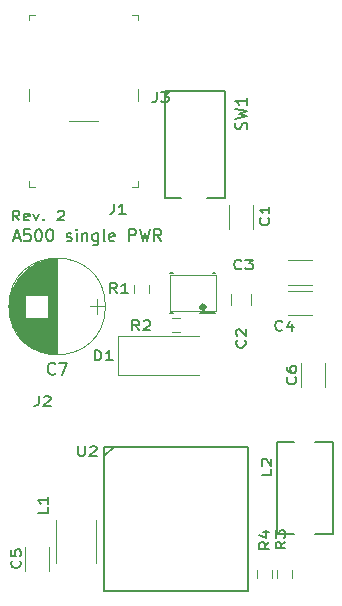
<source format=gto>
G04 #@! TF.GenerationSoftware,KiCad,Pcbnew,5.1.5*
G04 #@! TF.CreationDate,2020-04-17T18:27:15+02:00*
G04 #@! TF.ProjectId,a500_pwr,61353030-5f70-4777-922e-6b696361645f,rev?*
G04 #@! TF.SameCoordinates,Original*
G04 #@! TF.FileFunction,Legend,Top*
G04 #@! TF.FilePolarity,Positive*
%FSLAX46Y46*%
G04 Gerber Fmt 4.6, Leading zero omitted, Abs format (unit mm)*
G04 Created by KiCad (PCBNEW 5.1.5) date 2020-04-17 18:27:15*
%MOMM*%
%LPD*%
G04 APERTURE LIST*
%ADD10C,0.203200*%
%ADD11C,0.150000*%
%ADD12C,0.120000*%
%ADD13C,0.177800*%
%ADD14C,0.100000*%
%ADD15C,0.500000*%
G04 APERTURE END LIST*
D10*
X56773961Y-120204895D02*
X56440628Y-119817847D01*
X56202533Y-120204895D02*
X56202533Y-119392095D01*
X56583485Y-119392095D01*
X56678723Y-119430800D01*
X56726342Y-119469504D01*
X56773961Y-119546914D01*
X56773961Y-119663028D01*
X56726342Y-119740438D01*
X56678723Y-119779142D01*
X56583485Y-119817847D01*
X56202533Y-119817847D01*
X57583485Y-120166190D02*
X57488247Y-120204895D01*
X57297771Y-120204895D01*
X57202533Y-120166190D01*
X57154914Y-120088780D01*
X57154914Y-119779142D01*
X57202533Y-119701733D01*
X57297771Y-119663028D01*
X57488247Y-119663028D01*
X57583485Y-119701733D01*
X57631104Y-119779142D01*
X57631104Y-119856552D01*
X57154914Y-119933961D01*
X57964438Y-119663028D02*
X58202533Y-120204895D01*
X58440628Y-119663028D01*
X58821580Y-120127485D02*
X58869200Y-120166190D01*
X58821580Y-120204895D01*
X58773961Y-120166190D01*
X58821580Y-120127485D01*
X58821580Y-120204895D01*
X60012057Y-119469504D02*
X60059676Y-119430800D01*
X60154914Y-119392095D01*
X60393009Y-119392095D01*
X60488247Y-119430800D01*
X60535866Y-119469504D01*
X60583485Y-119546914D01*
X60583485Y-119624323D01*
X60535866Y-119740438D01*
X59964438Y-120204895D01*
X60583485Y-120204895D01*
X56296704Y-121682933D02*
X56772895Y-121682933D01*
X56201466Y-121973219D02*
X56534799Y-120957219D01*
X56868133Y-121973219D01*
X57677657Y-120957219D02*
X57201466Y-120957219D01*
X57153847Y-121441028D01*
X57201466Y-121392647D01*
X57296704Y-121344266D01*
X57534799Y-121344266D01*
X57630038Y-121392647D01*
X57677657Y-121441028D01*
X57725276Y-121537790D01*
X57725276Y-121779695D01*
X57677657Y-121876457D01*
X57630038Y-121924838D01*
X57534799Y-121973219D01*
X57296704Y-121973219D01*
X57201466Y-121924838D01*
X57153847Y-121876457D01*
X58344323Y-120957219D02*
X58439561Y-120957219D01*
X58534799Y-121005600D01*
X58582419Y-121053980D01*
X58630038Y-121150742D01*
X58677657Y-121344266D01*
X58677657Y-121586171D01*
X58630038Y-121779695D01*
X58582419Y-121876457D01*
X58534799Y-121924838D01*
X58439561Y-121973219D01*
X58344323Y-121973219D01*
X58249085Y-121924838D01*
X58201466Y-121876457D01*
X58153847Y-121779695D01*
X58106228Y-121586171D01*
X58106228Y-121344266D01*
X58153847Y-121150742D01*
X58201466Y-121053980D01*
X58249085Y-121005600D01*
X58344323Y-120957219D01*
X59296704Y-120957219D02*
X59391942Y-120957219D01*
X59487180Y-121005600D01*
X59534799Y-121053980D01*
X59582419Y-121150742D01*
X59630038Y-121344266D01*
X59630038Y-121586171D01*
X59582419Y-121779695D01*
X59534799Y-121876457D01*
X59487180Y-121924838D01*
X59391942Y-121973219D01*
X59296704Y-121973219D01*
X59201466Y-121924838D01*
X59153847Y-121876457D01*
X59106228Y-121779695D01*
X59058609Y-121586171D01*
X59058609Y-121344266D01*
X59106228Y-121150742D01*
X59153847Y-121053980D01*
X59201466Y-121005600D01*
X59296704Y-120957219D01*
X60772895Y-121924838D02*
X60868133Y-121973219D01*
X61058609Y-121973219D01*
X61153847Y-121924838D01*
X61201466Y-121828076D01*
X61201466Y-121779695D01*
X61153847Y-121682933D01*
X61058609Y-121634552D01*
X60915752Y-121634552D01*
X60820514Y-121586171D01*
X60772895Y-121489409D01*
X60772895Y-121441028D01*
X60820514Y-121344266D01*
X60915752Y-121295885D01*
X61058609Y-121295885D01*
X61153847Y-121344266D01*
X61630038Y-121973219D02*
X61630038Y-121295885D01*
X61630038Y-120957219D02*
X61582419Y-121005600D01*
X61630038Y-121053980D01*
X61677657Y-121005600D01*
X61630038Y-120957219D01*
X61630038Y-121053980D01*
X62106228Y-121295885D02*
X62106228Y-121973219D01*
X62106228Y-121392647D02*
X62153847Y-121344266D01*
X62249085Y-121295885D01*
X62391942Y-121295885D01*
X62487180Y-121344266D01*
X62534799Y-121441028D01*
X62534799Y-121973219D01*
X63439561Y-121295885D02*
X63439561Y-122118361D01*
X63391942Y-122215123D01*
X63344323Y-122263504D01*
X63249085Y-122311885D01*
X63106228Y-122311885D01*
X63010990Y-122263504D01*
X63439561Y-121924838D02*
X63344323Y-121973219D01*
X63153847Y-121973219D01*
X63058609Y-121924838D01*
X63010990Y-121876457D01*
X62963371Y-121779695D01*
X62963371Y-121489409D01*
X63010990Y-121392647D01*
X63058609Y-121344266D01*
X63153847Y-121295885D01*
X63344323Y-121295885D01*
X63439561Y-121344266D01*
X64058609Y-121973219D02*
X63963371Y-121924838D01*
X63915752Y-121828076D01*
X63915752Y-120957219D01*
X64820514Y-121924838D02*
X64725276Y-121973219D01*
X64534799Y-121973219D01*
X64439561Y-121924838D01*
X64391942Y-121828076D01*
X64391942Y-121441028D01*
X64439561Y-121344266D01*
X64534799Y-121295885D01*
X64725276Y-121295885D01*
X64820514Y-121344266D01*
X64868133Y-121441028D01*
X64868133Y-121537790D01*
X64391942Y-121634552D01*
X66058609Y-121973219D02*
X66058609Y-120957219D01*
X66439561Y-120957219D01*
X66534799Y-121005600D01*
X66582419Y-121053980D01*
X66630038Y-121150742D01*
X66630038Y-121295885D01*
X66582419Y-121392647D01*
X66534799Y-121441028D01*
X66439561Y-121489409D01*
X66058609Y-121489409D01*
X66963371Y-120957219D02*
X67201466Y-121973219D01*
X67391942Y-121247504D01*
X67582419Y-121973219D01*
X67820514Y-120957219D01*
X68772895Y-121973219D02*
X68439561Y-121489409D01*
X68201466Y-121973219D02*
X68201466Y-120957219D01*
X68582419Y-120957219D01*
X68677657Y-121005600D01*
X68725276Y-121053980D01*
X68772895Y-121150742D01*
X68772895Y-121295885D01*
X68725276Y-121392647D01*
X68677657Y-121441028D01*
X68582419Y-121489409D01*
X68201466Y-121489409D01*
D11*
X74140000Y-109246800D02*
X69060000Y-109246800D01*
X74140000Y-118340000D02*
X74140000Y-109246800D01*
X74140000Y-118340000D02*
X72616000Y-118340000D01*
X69060000Y-118340000D02*
X70457000Y-118340000D01*
X69060000Y-109246800D02*
X69060000Y-118340000D01*
D12*
X63322000Y-128158000D02*
X63322000Y-126858000D01*
X63922000Y-127508000D02*
X62722000Y-127508000D01*
X55891000Y-127754000D02*
X55891000Y-127262000D01*
X55931000Y-128106000D02*
X55931000Y-126910000D01*
X55971000Y-128322000D02*
X55971000Y-126694000D01*
X56011000Y-128491000D02*
X56011000Y-126525000D01*
X56051000Y-128635000D02*
X56051000Y-126381000D01*
X56091000Y-128762000D02*
X56091000Y-126254000D01*
X56131000Y-128877000D02*
X56131000Y-126139000D01*
X56171000Y-128981000D02*
X56171000Y-126035000D01*
X56211000Y-129078000D02*
X56211000Y-125938000D01*
X56251000Y-129168000D02*
X56251000Y-125848000D01*
X56291000Y-129253000D02*
X56291000Y-125763000D01*
X56331000Y-129334000D02*
X56331000Y-125682000D01*
X56371000Y-129410000D02*
X56371000Y-125606000D01*
X56411000Y-129482000D02*
X56411000Y-125534000D01*
X56451000Y-129551000D02*
X56451000Y-125465000D01*
X56491000Y-129617000D02*
X56491000Y-125399000D01*
X56531000Y-129681000D02*
X56531000Y-125335000D01*
X56571000Y-129742000D02*
X56571000Y-125274000D01*
X56611000Y-129801000D02*
X56611000Y-125215000D01*
X56651000Y-129857000D02*
X56651000Y-125159000D01*
X56691000Y-129912000D02*
X56691000Y-125104000D01*
X56731000Y-129965000D02*
X56731000Y-125051000D01*
X56771000Y-130016000D02*
X56771000Y-125000000D01*
X56811000Y-130065000D02*
X56811000Y-124951000D01*
X56851000Y-130113000D02*
X56851000Y-124903000D01*
X56891000Y-130160000D02*
X56891000Y-124856000D01*
X56931000Y-130205000D02*
X56931000Y-124811000D01*
X56971000Y-130248000D02*
X56971000Y-124768000D01*
X57011000Y-130291000D02*
X57011000Y-124725000D01*
X57051000Y-130332000D02*
X57051000Y-124684000D01*
X57091000Y-130373000D02*
X57091000Y-124643000D01*
X57131000Y-130412000D02*
X57131000Y-124604000D01*
X57171000Y-130450000D02*
X57171000Y-124566000D01*
X57211000Y-130487000D02*
X57211000Y-124529000D01*
X57251000Y-126528000D02*
X57251000Y-124493000D01*
X57251000Y-130523000D02*
X57251000Y-128488000D01*
X57291000Y-126528000D02*
X57291000Y-124458000D01*
X57291000Y-130558000D02*
X57291000Y-128488000D01*
X57331000Y-126528000D02*
X57331000Y-124424000D01*
X57331000Y-130592000D02*
X57331000Y-128488000D01*
X57371000Y-126528000D02*
X57371000Y-124390000D01*
X57371000Y-130626000D02*
X57371000Y-128488000D01*
X57411000Y-126528000D02*
X57411000Y-124358000D01*
X57411000Y-130658000D02*
X57411000Y-128488000D01*
X57451000Y-126528000D02*
X57451000Y-124326000D01*
X57451000Y-130690000D02*
X57451000Y-128488000D01*
X57491000Y-126528000D02*
X57491000Y-124295000D01*
X57491000Y-130721000D02*
X57491000Y-128488000D01*
X57531000Y-126528000D02*
X57531000Y-124265000D01*
X57531000Y-130751000D02*
X57531000Y-128488000D01*
X57571000Y-126528000D02*
X57571000Y-124236000D01*
X57571000Y-130780000D02*
X57571000Y-128488000D01*
X57611000Y-126528000D02*
X57611000Y-124207000D01*
X57611000Y-130809000D02*
X57611000Y-128488000D01*
X57651000Y-126528000D02*
X57651000Y-124179000D01*
X57651000Y-130837000D02*
X57651000Y-128488000D01*
X57691000Y-126528000D02*
X57691000Y-124152000D01*
X57691000Y-130864000D02*
X57691000Y-128488000D01*
X57731000Y-126528000D02*
X57731000Y-124125000D01*
X57731000Y-130891000D02*
X57731000Y-128488000D01*
X57771000Y-126528000D02*
X57771000Y-124100000D01*
X57771000Y-130916000D02*
X57771000Y-128488000D01*
X57811000Y-126528000D02*
X57811000Y-124074000D01*
X57811000Y-130942000D02*
X57811000Y-128488000D01*
X57851000Y-126528000D02*
X57851000Y-124050000D01*
X57851000Y-130966000D02*
X57851000Y-128488000D01*
X57891000Y-126528000D02*
X57891000Y-124026000D01*
X57891000Y-130990000D02*
X57891000Y-128488000D01*
X57931000Y-126528000D02*
X57931000Y-124003000D01*
X57931000Y-131013000D02*
X57931000Y-128488000D01*
X57971000Y-126528000D02*
X57971000Y-123980000D01*
X57971000Y-131036000D02*
X57971000Y-128488000D01*
X58011000Y-126528000D02*
X58011000Y-123958000D01*
X58011000Y-131058000D02*
X58011000Y-128488000D01*
X58051000Y-126528000D02*
X58051000Y-123936000D01*
X58051000Y-131080000D02*
X58051000Y-128488000D01*
X58091000Y-126528000D02*
X58091000Y-123915000D01*
X58091000Y-131101000D02*
X58091000Y-128488000D01*
X58131000Y-126528000D02*
X58131000Y-123895000D01*
X58131000Y-131121000D02*
X58131000Y-128488000D01*
X58171000Y-126528000D02*
X58171000Y-123875000D01*
X58171000Y-131141000D02*
X58171000Y-128488000D01*
X58211000Y-126528000D02*
X58211000Y-123856000D01*
X58211000Y-131160000D02*
X58211000Y-128488000D01*
X58251000Y-126528000D02*
X58251000Y-123837000D01*
X58251000Y-131179000D02*
X58251000Y-128488000D01*
X58291000Y-126528000D02*
X58291000Y-123818000D01*
X58291000Y-131198000D02*
X58291000Y-128488000D01*
X58331000Y-126528000D02*
X58331000Y-123801000D01*
X58331000Y-131215000D02*
X58331000Y-128488000D01*
X58371000Y-126528000D02*
X58371000Y-123783000D01*
X58371000Y-131233000D02*
X58371000Y-128488000D01*
X58411000Y-126528000D02*
X58411000Y-123767000D01*
X58411000Y-131249000D02*
X58411000Y-128488000D01*
X58451000Y-126528000D02*
X58451000Y-123750000D01*
X58451000Y-131266000D02*
X58451000Y-128488000D01*
X58491000Y-126528000D02*
X58491000Y-123735000D01*
X58491000Y-131281000D02*
X58491000Y-128488000D01*
X58531000Y-126528000D02*
X58531000Y-123719000D01*
X58531000Y-131297000D02*
X58531000Y-128488000D01*
X58571000Y-126528000D02*
X58571000Y-123705000D01*
X58571000Y-131311000D02*
X58571000Y-128488000D01*
X58611000Y-126528000D02*
X58611000Y-123690000D01*
X58611000Y-131326000D02*
X58611000Y-128488000D01*
X58651000Y-126528000D02*
X58651000Y-123676000D01*
X58651000Y-131340000D02*
X58651000Y-128488000D01*
X58691000Y-126528000D02*
X58691000Y-123663000D01*
X58691000Y-131353000D02*
X58691000Y-128488000D01*
X58731000Y-126528000D02*
X58731000Y-123650000D01*
X58731000Y-131366000D02*
X58731000Y-128488000D01*
X58771000Y-126528000D02*
X58771000Y-123638000D01*
X58771000Y-131378000D02*
X58771000Y-128488000D01*
X58811000Y-126528000D02*
X58811000Y-123625000D01*
X58811000Y-131391000D02*
X58811000Y-128488000D01*
X58851000Y-126528000D02*
X58851000Y-123614000D01*
X58851000Y-131402000D02*
X58851000Y-128488000D01*
X58891000Y-126528000D02*
X58891000Y-123603000D01*
X58891000Y-131413000D02*
X58891000Y-128488000D01*
X58931000Y-126528000D02*
X58931000Y-123592000D01*
X58931000Y-131424000D02*
X58931000Y-128488000D01*
X58971000Y-126528000D02*
X58971000Y-123582000D01*
X58971000Y-131434000D02*
X58971000Y-128488000D01*
X59011000Y-126528000D02*
X59011000Y-123572000D01*
X59011000Y-131444000D02*
X59011000Y-128488000D01*
X59051000Y-126528000D02*
X59051000Y-123562000D01*
X59051000Y-131454000D02*
X59051000Y-128488000D01*
X59091000Y-126528000D02*
X59091000Y-123553000D01*
X59091000Y-131463000D02*
X59091000Y-128488000D01*
X59131000Y-126528000D02*
X59131000Y-123545000D01*
X59131000Y-131471000D02*
X59131000Y-128488000D01*
X59171000Y-126528000D02*
X59171000Y-123537000D01*
X59171000Y-131479000D02*
X59171000Y-128488000D01*
X59211000Y-131487000D02*
X59211000Y-123529000D01*
X59251000Y-131495000D02*
X59251000Y-123521000D01*
X59292000Y-131502000D02*
X59292000Y-123514000D01*
X59332000Y-131508000D02*
X59332000Y-123508000D01*
X59372000Y-131514000D02*
X59372000Y-123502000D01*
X59412000Y-131520000D02*
X59412000Y-123496000D01*
X59452000Y-131525000D02*
X59452000Y-123491000D01*
X59492000Y-131530000D02*
X59492000Y-123486000D01*
X59532000Y-131535000D02*
X59532000Y-123481000D01*
X59572000Y-131539000D02*
X59572000Y-123477000D01*
X59612000Y-131543000D02*
X59612000Y-123473000D01*
X59652000Y-131546000D02*
X59652000Y-123470000D01*
X59692000Y-131549000D02*
X59692000Y-123467000D01*
X59732000Y-131551000D02*
X59732000Y-123465000D01*
X59772000Y-131554000D02*
X59772000Y-123462000D01*
X59812000Y-131555000D02*
X59812000Y-123461000D01*
X59852000Y-131557000D02*
X59852000Y-123459000D01*
X59892000Y-131558000D02*
X59892000Y-123458000D01*
X59932000Y-131558000D02*
X59932000Y-123458000D01*
X59972000Y-131558000D02*
X59972000Y-123458000D01*
X64062000Y-127508000D02*
G75*
G03X64062000Y-127508000I-4090000J0D01*
G01*
D11*
X83326400Y-146800400D02*
X83326400Y-139000400D01*
X81824400Y-146800400D02*
X83324400Y-146800400D01*
X78624400Y-146800400D02*
X80024400Y-146800400D01*
X78621400Y-139000400D02*
X78621400Y-146800400D01*
X80024400Y-139000400D02*
X78621400Y-139000400D01*
X83326400Y-139000400D02*
X81824400Y-139000400D01*
D12*
X59287600Y-149869400D02*
X59287600Y-147869400D01*
X57247600Y-147869400D02*
X57247600Y-149869400D01*
X82630200Y-134324600D02*
X82630200Y-132324600D01*
X80590200Y-132324600D02*
X80590200Y-134324600D01*
D11*
X63977800Y-140192000D02*
X64777800Y-139392000D01*
X63957800Y-151572000D02*
X63957800Y-139382000D01*
X63957800Y-139382000D02*
X76157800Y-139382000D01*
X76157800Y-151572000D02*
X76157800Y-139382000D01*
X63957800Y-151572000D02*
X76157800Y-151572000D01*
D12*
X76920800Y-150540200D02*
X76920800Y-149840200D01*
X78120800Y-149840200D02*
X78120800Y-150540200D01*
X79822600Y-149840200D02*
X79822600Y-150540200D01*
X78622600Y-150540200D02*
X78622600Y-149840200D01*
X59839600Y-145621600D02*
X59839600Y-149221600D01*
X63299600Y-149221600D02*
X63299600Y-145621600D01*
D13*
X73350200Y-128040000D02*
X72050200Y-128040000D01*
X69750200Y-128040000D02*
X69550200Y-128040000D01*
X69750200Y-124690000D02*
X69550200Y-124690000D01*
X73350200Y-124690000D02*
X73150200Y-124690000D01*
D14*
X73400200Y-124815000D02*
X73400200Y-127915000D01*
X69500200Y-124815000D02*
X69500200Y-127915000D01*
X73400200Y-127915000D02*
X69500200Y-127915000D01*
X73400200Y-124815000D02*
X69500200Y-124815000D01*
D15*
X72403800Y-127565000D02*
G75*
G03X72403800Y-127565000I-90000J0D01*
G01*
D12*
X70352400Y-129708200D02*
X69652400Y-129708200D01*
X69652400Y-128508200D02*
X70352400Y-128508200D01*
X66506800Y-126359400D02*
X66506800Y-125659400D01*
X67706800Y-125659400D02*
X67706800Y-126359400D01*
D14*
X66800000Y-110092600D02*
X66800000Y-109092600D01*
X57600000Y-110092600D02*
X57600000Y-109092600D01*
X66800000Y-102792600D02*
X66800000Y-103292600D01*
X66800000Y-102792600D02*
X66300000Y-102792600D01*
X57600000Y-102792600D02*
X58100000Y-102792600D01*
X57600000Y-102792600D02*
X57600000Y-103292600D01*
X61000000Y-111792600D02*
X63400000Y-111792600D01*
X57600000Y-117392600D02*
X57600000Y-116892600D01*
X57600000Y-117392600D02*
X58100000Y-117392600D01*
X66800000Y-117392600D02*
X66800000Y-116892600D01*
X66800000Y-117392600D02*
X66300000Y-117392600D01*
D12*
X65119800Y-130023600D02*
X72019800Y-130023600D01*
X65119800Y-133323600D02*
X72019800Y-133323600D01*
X65119800Y-130023600D02*
X65119800Y-133323600D01*
X81518000Y-126234000D02*
X79518000Y-126234000D01*
X79518000Y-128274000D02*
X81518000Y-128274000D01*
X81518000Y-123617800D02*
X79518000Y-123617800D01*
X79518000Y-125657800D02*
X81518000Y-125657800D01*
X74715000Y-126423800D02*
X74715000Y-127423800D01*
X76415000Y-127423800D02*
X76415000Y-126423800D01*
X76585000Y-120913400D02*
X76585000Y-118913400D01*
X74545000Y-118913400D02*
X74545000Y-120913400D01*
D11*
X76017961Y-112510533D02*
X76065580Y-112367676D01*
X76065580Y-112129580D01*
X76017961Y-112034342D01*
X75970342Y-111986723D01*
X75875104Y-111939104D01*
X75779866Y-111939104D01*
X75684628Y-111986723D01*
X75637009Y-112034342D01*
X75589390Y-112129580D01*
X75541771Y-112320057D01*
X75494152Y-112415295D01*
X75446533Y-112462914D01*
X75351295Y-112510533D01*
X75256057Y-112510533D01*
X75160819Y-112462914D01*
X75113200Y-112415295D01*
X75065580Y-112320057D01*
X75065580Y-112081961D01*
X75113200Y-111939104D01*
X75065580Y-111605771D02*
X76065580Y-111367676D01*
X75351295Y-111177200D01*
X76065580Y-110986723D01*
X75065580Y-110748628D01*
X76065580Y-109843866D02*
X76065580Y-110415295D01*
X76065580Y-110129580D02*
X75065580Y-110129580D01*
X75208438Y-110224819D01*
X75303676Y-110320057D01*
X75351295Y-110415295D01*
X59805333Y-133175142D02*
X59757714Y-133222761D01*
X59614857Y-133270380D01*
X59519619Y-133270380D01*
X59376761Y-133222761D01*
X59281523Y-133127523D01*
X59233904Y-133032285D01*
X59186285Y-132841809D01*
X59186285Y-132698952D01*
X59233904Y-132508476D01*
X59281523Y-132413238D01*
X59376761Y-132318000D01*
X59519619Y-132270380D01*
X59614857Y-132270380D01*
X59757714Y-132318000D01*
X59805333Y-132365619D01*
X60138666Y-132270380D02*
X60805333Y-132270380D01*
X60376761Y-133270380D01*
D10*
X78091695Y-141263666D02*
X78091695Y-141739857D01*
X77278895Y-141739857D01*
X77356304Y-140977952D02*
X77317600Y-140930333D01*
X77278895Y-140835095D01*
X77278895Y-140597000D01*
X77317600Y-140501761D01*
X77356304Y-140454142D01*
X77433714Y-140406523D01*
X77511123Y-140406523D01*
X77627238Y-140454142D01*
X78091695Y-141025571D01*
X78091695Y-140406523D01*
X56807885Y-149036066D02*
X56846590Y-149083685D01*
X56885295Y-149226542D01*
X56885295Y-149321780D01*
X56846590Y-149464638D01*
X56769180Y-149559876D01*
X56691771Y-149607495D01*
X56536952Y-149655114D01*
X56420838Y-149655114D01*
X56266019Y-149607495D01*
X56188609Y-149559876D01*
X56111200Y-149464638D01*
X56072495Y-149321780D01*
X56072495Y-149226542D01*
X56111200Y-149083685D01*
X56149904Y-149036066D01*
X56072495Y-148131304D02*
X56072495Y-148607495D01*
X56459542Y-148655114D01*
X56420838Y-148607495D01*
X56382133Y-148512257D01*
X56382133Y-148274161D01*
X56420838Y-148178923D01*
X56459542Y-148131304D01*
X56536952Y-148083685D01*
X56730476Y-148083685D01*
X56807885Y-148131304D01*
X56846590Y-148178923D01*
X56885295Y-148274161D01*
X56885295Y-148512257D01*
X56846590Y-148607495D01*
X56807885Y-148655114D01*
X80150485Y-133491266D02*
X80189190Y-133538885D01*
X80227895Y-133681742D01*
X80227895Y-133776980D01*
X80189190Y-133919838D01*
X80111780Y-134015076D01*
X80034371Y-134062695D01*
X79879552Y-134110314D01*
X79763438Y-134110314D01*
X79608619Y-134062695D01*
X79531209Y-134015076D01*
X79453800Y-133919838D01*
X79415095Y-133776980D01*
X79415095Y-133681742D01*
X79453800Y-133538885D01*
X79492504Y-133491266D01*
X79415095Y-132634123D02*
X79415095Y-132824600D01*
X79453800Y-132919838D01*
X79492504Y-132967457D01*
X79608619Y-133062695D01*
X79763438Y-133110314D01*
X80073076Y-133110314D01*
X80150485Y-133062695D01*
X80189190Y-133015076D01*
X80227895Y-132919838D01*
X80227895Y-132729361D01*
X80189190Y-132634123D01*
X80150485Y-132586504D01*
X80073076Y-132538885D01*
X79879552Y-132538885D01*
X79802142Y-132586504D01*
X79763438Y-132634123D01*
X79724733Y-132729361D01*
X79724733Y-132919838D01*
X79763438Y-133015076D01*
X79802142Y-133062695D01*
X79879552Y-133110314D01*
X61747495Y-139331095D02*
X61747495Y-139989076D01*
X61795114Y-140066485D01*
X61842733Y-140105190D01*
X61937971Y-140143895D01*
X62128447Y-140143895D01*
X62223685Y-140105190D01*
X62271304Y-140066485D01*
X62318923Y-139989076D01*
X62318923Y-139331095D01*
X62747495Y-139408504D02*
X62795114Y-139369800D01*
X62890352Y-139331095D01*
X63128447Y-139331095D01*
X63223685Y-139369800D01*
X63271304Y-139408504D01*
X63318923Y-139485914D01*
X63318923Y-139563323D01*
X63271304Y-139679438D01*
X62699876Y-140143895D01*
X63318923Y-140143895D01*
X77913895Y-147461266D02*
X77526847Y-147794600D01*
X77913895Y-148032695D02*
X77101095Y-148032695D01*
X77101095Y-147651742D01*
X77139800Y-147556504D01*
X77178504Y-147508885D01*
X77255914Y-147461266D01*
X77372028Y-147461266D01*
X77449438Y-147508885D01*
X77488142Y-147556504D01*
X77526847Y-147651742D01*
X77526847Y-148032695D01*
X77372028Y-146604123D02*
X77913895Y-146604123D01*
X77062390Y-146842219D02*
X77642961Y-147080314D01*
X77642961Y-146461266D01*
X79285495Y-147410466D02*
X78898447Y-147743800D01*
X79285495Y-147981895D02*
X78472695Y-147981895D01*
X78472695Y-147600942D01*
X78511400Y-147505704D01*
X78550104Y-147458085D01*
X78627514Y-147410466D01*
X78743628Y-147410466D01*
X78821038Y-147458085D01*
X78859742Y-147505704D01*
X78898447Y-147600942D01*
X78898447Y-147981895D01*
X78472695Y-147077133D02*
X78472695Y-146458085D01*
X78782333Y-146791419D01*
X78782333Y-146648561D01*
X78821038Y-146553323D01*
X78859742Y-146505704D01*
X78937152Y-146458085D01*
X79130676Y-146458085D01*
X79208085Y-146505704D01*
X79246790Y-146553323D01*
X79285495Y-146648561D01*
X79285495Y-146934276D01*
X79246790Y-147029514D01*
X79208085Y-147077133D01*
X59168695Y-144489466D02*
X59168695Y-144965657D01*
X58355895Y-144965657D01*
X59168695Y-143632323D02*
X59168695Y-144203752D01*
X59168695Y-143918038D02*
X58355895Y-143918038D01*
X58472009Y-144013276D01*
X58549419Y-144108514D01*
X58588123Y-144203752D01*
X68399066Y-109384495D02*
X68399066Y-109965066D01*
X68351447Y-110081180D01*
X68256209Y-110158590D01*
X68113352Y-110197295D01*
X68018114Y-110197295D01*
X68780019Y-109384495D02*
X69399066Y-109384495D01*
X69065733Y-109694133D01*
X69208590Y-109694133D01*
X69303828Y-109732838D01*
X69351447Y-109771542D01*
X69399066Y-109848952D01*
X69399066Y-110042476D01*
X69351447Y-110119885D01*
X69303828Y-110158590D01*
X69208590Y-110197295D01*
X68922876Y-110197295D01*
X68827638Y-110158590D01*
X68780019Y-110119885D01*
X66914733Y-129501295D02*
X66581400Y-129114247D01*
X66343304Y-129501295D02*
X66343304Y-128688495D01*
X66724257Y-128688495D01*
X66819495Y-128727200D01*
X66867114Y-128765904D01*
X66914733Y-128843314D01*
X66914733Y-128959428D01*
X66867114Y-129036838D01*
X66819495Y-129075542D01*
X66724257Y-129114247D01*
X66343304Y-129114247D01*
X67295685Y-128765904D02*
X67343304Y-128727200D01*
X67438542Y-128688495D01*
X67676638Y-128688495D01*
X67771876Y-128727200D01*
X67819495Y-128765904D01*
X67867114Y-128843314D01*
X67867114Y-128920723D01*
X67819495Y-129036838D01*
X67248066Y-129501295D01*
X67867114Y-129501295D01*
X65035133Y-126351695D02*
X64701800Y-125964647D01*
X64463704Y-126351695D02*
X64463704Y-125538895D01*
X64844657Y-125538895D01*
X64939895Y-125577600D01*
X64987514Y-125616304D01*
X65035133Y-125693714D01*
X65035133Y-125809828D01*
X64987514Y-125887238D01*
X64939895Y-125925942D01*
X64844657Y-125964647D01*
X64463704Y-125964647D01*
X65987514Y-126351695D02*
X65416085Y-126351695D01*
X65701800Y-126351695D02*
X65701800Y-125538895D01*
X65606561Y-125655009D01*
X65511323Y-125732419D01*
X65416085Y-125771123D01*
X58416866Y-135114695D02*
X58416866Y-135695266D01*
X58369247Y-135811380D01*
X58274009Y-135888790D01*
X58131152Y-135927495D01*
X58035914Y-135927495D01*
X58845438Y-135192104D02*
X58893057Y-135153400D01*
X58988295Y-135114695D01*
X59226390Y-135114695D01*
X59321628Y-135153400D01*
X59369247Y-135192104D01*
X59416866Y-135269514D01*
X59416866Y-135346923D01*
X59369247Y-135463038D01*
X58797819Y-135927495D01*
X59416866Y-135927495D01*
X64789066Y-118833295D02*
X64789066Y-119413866D01*
X64741447Y-119529980D01*
X64646209Y-119607390D01*
X64503352Y-119646095D01*
X64408114Y-119646095D01*
X65789066Y-119646095D02*
X65217638Y-119646095D01*
X65503352Y-119646095D02*
X65503352Y-118833295D01*
X65408114Y-118949409D01*
X65312876Y-119026819D01*
X65217638Y-119065523D01*
X63142904Y-132041295D02*
X63142904Y-131228495D01*
X63381000Y-131228495D01*
X63523857Y-131267200D01*
X63619095Y-131344609D01*
X63666714Y-131422019D01*
X63714333Y-131576838D01*
X63714333Y-131692952D01*
X63666714Y-131847771D01*
X63619095Y-131925180D01*
X63523857Y-132002590D01*
X63381000Y-132041295D01*
X63142904Y-132041295D01*
X64666714Y-132041295D02*
X64095285Y-132041295D01*
X64381000Y-132041295D02*
X64381000Y-131228495D01*
X64285761Y-131344609D01*
X64190523Y-131422019D01*
X64095285Y-131460723D01*
X79030533Y-129474685D02*
X78982914Y-129513390D01*
X78840057Y-129552095D01*
X78744819Y-129552095D01*
X78601961Y-129513390D01*
X78506723Y-129435980D01*
X78459104Y-129358571D01*
X78411485Y-129203752D01*
X78411485Y-129087638D01*
X78459104Y-128932819D01*
X78506723Y-128855409D01*
X78601961Y-128778000D01*
X78744819Y-128739295D01*
X78840057Y-128739295D01*
X78982914Y-128778000D01*
X79030533Y-128816704D01*
X79887676Y-129010228D02*
X79887676Y-129552095D01*
X79649580Y-128700590D02*
X79411485Y-129281161D01*
X80030533Y-129281161D01*
X75576133Y-124293085D02*
X75528514Y-124331790D01*
X75385657Y-124370495D01*
X75290419Y-124370495D01*
X75147561Y-124331790D01*
X75052323Y-124254380D01*
X75004704Y-124176971D01*
X74957085Y-124022152D01*
X74957085Y-123906038D01*
X75004704Y-123751219D01*
X75052323Y-123673809D01*
X75147561Y-123596400D01*
X75290419Y-123557695D01*
X75385657Y-123557695D01*
X75528514Y-123596400D01*
X75576133Y-123635104D01*
X75909466Y-123557695D02*
X76528514Y-123557695D01*
X76195180Y-123867333D01*
X76338038Y-123867333D01*
X76433276Y-123906038D01*
X76480895Y-123944742D01*
X76528514Y-124022152D01*
X76528514Y-124215676D01*
X76480895Y-124293085D01*
X76433276Y-124331790D01*
X76338038Y-124370495D01*
X76052323Y-124370495D01*
X75957085Y-124331790D01*
X75909466Y-124293085D01*
X75855285Y-130367066D02*
X75893990Y-130414685D01*
X75932695Y-130557542D01*
X75932695Y-130652780D01*
X75893990Y-130795638D01*
X75816580Y-130890876D01*
X75739171Y-130938495D01*
X75584352Y-130986114D01*
X75468238Y-130986114D01*
X75313419Y-130938495D01*
X75236009Y-130890876D01*
X75158600Y-130795638D01*
X75119895Y-130652780D01*
X75119895Y-130557542D01*
X75158600Y-130414685D01*
X75197304Y-130367066D01*
X75197304Y-129986114D02*
X75158600Y-129938495D01*
X75119895Y-129843257D01*
X75119895Y-129605161D01*
X75158600Y-129509923D01*
X75197304Y-129462304D01*
X75274714Y-129414685D01*
X75352123Y-129414685D01*
X75468238Y-129462304D01*
X75932695Y-130033733D01*
X75932695Y-129414685D01*
X77861885Y-120003866D02*
X77900590Y-120051485D01*
X77939295Y-120194342D01*
X77939295Y-120289580D01*
X77900590Y-120432438D01*
X77823180Y-120527676D01*
X77745771Y-120575295D01*
X77590952Y-120622914D01*
X77474838Y-120622914D01*
X77320019Y-120575295D01*
X77242609Y-120527676D01*
X77165200Y-120432438D01*
X77126495Y-120289580D01*
X77126495Y-120194342D01*
X77165200Y-120051485D01*
X77203904Y-120003866D01*
X77939295Y-119051485D02*
X77939295Y-119622914D01*
X77939295Y-119337200D02*
X77126495Y-119337200D01*
X77242609Y-119432438D01*
X77320019Y-119527676D01*
X77358723Y-119622914D01*
M02*

</source>
